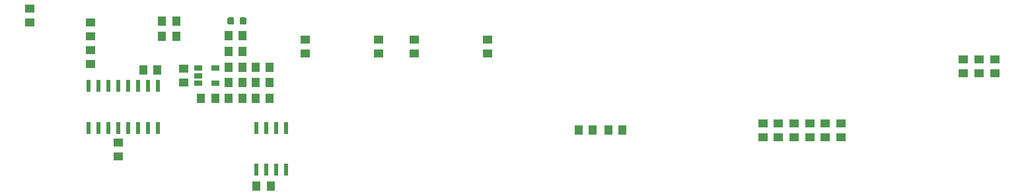
<source format=gbp>
G04 #@! TF.GenerationSoftware,KiCad,Pcbnew,(5.1.0-0)*
G04 #@! TF.CreationDate,2019-11-06T10:26:04+01:00*
G04 #@! TF.ProjectId,AddOnA,4164644f-6e41-42e6-9b69-6361645f7063,rev?*
G04 #@! TF.SameCoordinates,Original*
G04 #@! TF.FileFunction,Paste,Bot*
G04 #@! TF.FilePolarity,Positive*
%FSLAX46Y46*%
G04 Gerber Fmt 4.6, Leading zero omitted, Abs format (unit mm)*
G04 Created by KiCad (PCBNEW (5.1.0-0)) date 2019-11-06 10:26:04*
%MOMM*%
%LPD*%
G04 APERTURE LIST*
%ADD10R,1.300000X1.000000*%
%ADD11R,1.000000X1.300000*%
%ADD12C,0.100000*%
%ADD13C,0.875000*%
%ADD14R,1.060000X0.650000*%
%ADD15R,0.600000X1.500000*%
%ADD16R,0.600000X1.550000*%
G04 APERTURE END LIST*
D10*
X85300000Y81600000D03*
X85300000Y79800000D03*
X94700000Y81600000D03*
X94700000Y79800000D03*
X71300000Y81600000D03*
X71300000Y79800000D03*
X80700000Y81600000D03*
X80700000Y79800000D03*
X130000000Y69100000D03*
X130000000Y70900000D03*
X132000000Y69100000D03*
X132000000Y70900000D03*
X136000000Y69100000D03*
X136000000Y70900000D03*
X138000000Y69100000D03*
X138000000Y70900000D03*
X36000000Y83800000D03*
X36000000Y85600000D03*
X134000000Y70900000D03*
X134000000Y69100000D03*
X140000000Y70900000D03*
X140000000Y69100000D03*
D11*
X106400000Y70000000D03*
X108200000Y70000000D03*
X112000000Y70000000D03*
X110200000Y70000000D03*
D10*
X157700000Y79100000D03*
X157700000Y77300000D03*
D11*
X53000000Y82000000D03*
X54800000Y82000000D03*
X50600000Y77700000D03*
X52400000Y77700000D03*
X53000000Y84000000D03*
X54800000Y84000000D03*
D10*
X159700000Y79100000D03*
X159700000Y77300000D03*
X155700000Y77300000D03*
X155700000Y79100000D03*
D11*
X63300000Y80100000D03*
X61500000Y80100000D03*
X66800000Y76100000D03*
X65000000Y76100000D03*
X61500000Y74100000D03*
X63300000Y74100000D03*
D10*
X55800000Y77900000D03*
X55800000Y76100000D03*
D12*
G36*
X63615191Y84473947D02*
G01*
X63636426Y84470797D01*
X63657250Y84465581D01*
X63677462Y84458349D01*
X63696868Y84449170D01*
X63715281Y84438134D01*
X63732524Y84425346D01*
X63748430Y84410930D01*
X63762846Y84395024D01*
X63775634Y84377781D01*
X63786670Y84359368D01*
X63795849Y84339962D01*
X63803081Y84319750D01*
X63808297Y84298926D01*
X63811447Y84277691D01*
X63812500Y84256250D01*
X63812500Y83743750D01*
X63811447Y83722309D01*
X63808297Y83701074D01*
X63803081Y83680250D01*
X63795849Y83660038D01*
X63786670Y83640632D01*
X63775634Y83622219D01*
X63762846Y83604976D01*
X63748430Y83589070D01*
X63732524Y83574654D01*
X63715281Y83561866D01*
X63696868Y83550830D01*
X63677462Y83541651D01*
X63657250Y83534419D01*
X63636426Y83529203D01*
X63615191Y83526053D01*
X63593750Y83525000D01*
X63156250Y83525000D01*
X63134809Y83526053D01*
X63113574Y83529203D01*
X63092750Y83534419D01*
X63072538Y83541651D01*
X63053132Y83550830D01*
X63034719Y83561866D01*
X63017476Y83574654D01*
X63001570Y83589070D01*
X62987154Y83604976D01*
X62974366Y83622219D01*
X62963330Y83640632D01*
X62954151Y83660038D01*
X62946919Y83680250D01*
X62941703Y83701074D01*
X62938553Y83722309D01*
X62937500Y83743750D01*
X62937500Y84256250D01*
X62938553Y84277691D01*
X62941703Y84298926D01*
X62946919Y84319750D01*
X62954151Y84339962D01*
X62963330Y84359368D01*
X62974366Y84377781D01*
X62987154Y84395024D01*
X63001570Y84410930D01*
X63017476Y84425346D01*
X63034719Y84438134D01*
X63053132Y84449170D01*
X63072538Y84458349D01*
X63092750Y84465581D01*
X63113574Y84470797D01*
X63134809Y84473947D01*
X63156250Y84475000D01*
X63593750Y84475000D01*
X63615191Y84473947D01*
X63615191Y84473947D01*
G37*
D13*
X63375000Y84000000D03*
D12*
G36*
X62040191Y84473947D02*
G01*
X62061426Y84470797D01*
X62082250Y84465581D01*
X62102462Y84458349D01*
X62121868Y84449170D01*
X62140281Y84438134D01*
X62157524Y84425346D01*
X62173430Y84410930D01*
X62187846Y84395024D01*
X62200634Y84377781D01*
X62211670Y84359368D01*
X62220849Y84339962D01*
X62228081Y84319750D01*
X62233297Y84298926D01*
X62236447Y84277691D01*
X62237500Y84256250D01*
X62237500Y83743750D01*
X62236447Y83722309D01*
X62233297Y83701074D01*
X62228081Y83680250D01*
X62220849Y83660038D01*
X62211670Y83640632D01*
X62200634Y83622219D01*
X62187846Y83604976D01*
X62173430Y83589070D01*
X62157524Y83574654D01*
X62140281Y83561866D01*
X62121868Y83550830D01*
X62102462Y83541651D01*
X62082250Y83534419D01*
X62061426Y83529203D01*
X62040191Y83526053D01*
X62018750Y83525000D01*
X61581250Y83525000D01*
X61559809Y83526053D01*
X61538574Y83529203D01*
X61517750Y83534419D01*
X61497538Y83541651D01*
X61478132Y83550830D01*
X61459719Y83561866D01*
X61442476Y83574654D01*
X61426570Y83589070D01*
X61412154Y83604976D01*
X61399366Y83622219D01*
X61388330Y83640632D01*
X61379151Y83660038D01*
X61371919Y83680250D01*
X61366703Y83701074D01*
X61363553Y83722309D01*
X61362500Y83743750D01*
X61362500Y84256250D01*
X61363553Y84277691D01*
X61366703Y84298926D01*
X61371919Y84319750D01*
X61379151Y84339962D01*
X61388330Y84359368D01*
X61399366Y84377781D01*
X61412154Y84395024D01*
X61426570Y84410930D01*
X61442476Y84425346D01*
X61459719Y84438134D01*
X61478132Y84449170D01*
X61497538Y84458349D01*
X61517750Y84465581D01*
X61538574Y84470797D01*
X61559809Y84473947D01*
X61581250Y84475000D01*
X62018750Y84475000D01*
X62040191Y84473947D01*
X62040191Y84473947D01*
G37*
D13*
X61800000Y84000000D03*
D14*
X57600000Y76050000D03*
X57600000Y77000000D03*
X57600000Y77950000D03*
X59800000Y77950000D03*
X59800000Y76050000D03*
D15*
X52445000Y70300000D03*
X51175000Y70300000D03*
X49905000Y70300000D03*
X48635000Y70300000D03*
X47365000Y70300000D03*
X46095000Y70300000D03*
X44825000Y70300000D03*
X43555000Y70300000D03*
X43555000Y75700000D03*
X44825000Y75700000D03*
X46095000Y75700000D03*
X47365000Y75700000D03*
X48635000Y75700000D03*
X49905000Y75700000D03*
X51175000Y75700000D03*
X52445000Y75700000D03*
D11*
X61500000Y82100000D03*
X63300000Y82100000D03*
X66800000Y78100000D03*
X65000000Y78100000D03*
X65000000Y74100000D03*
X66800000Y74100000D03*
X61500000Y78100000D03*
X63300000Y78100000D03*
X63300000Y76100000D03*
X61500000Y76100000D03*
X58000000Y74100000D03*
X59800000Y74100000D03*
D10*
X43800000Y78500000D03*
X43800000Y80300000D03*
X43800000Y83800000D03*
X43800000Y82000000D03*
D11*
X66900000Y62800000D03*
X65100000Y62800000D03*
D16*
X65095000Y70300000D03*
X66365000Y70300000D03*
X67635000Y70300000D03*
X68905000Y70300000D03*
X68905000Y64900000D03*
X67635000Y64900000D03*
X66365000Y64900000D03*
X65095000Y64900000D03*
D10*
X47400000Y68400000D03*
X47400000Y66600000D03*
M02*

</source>
